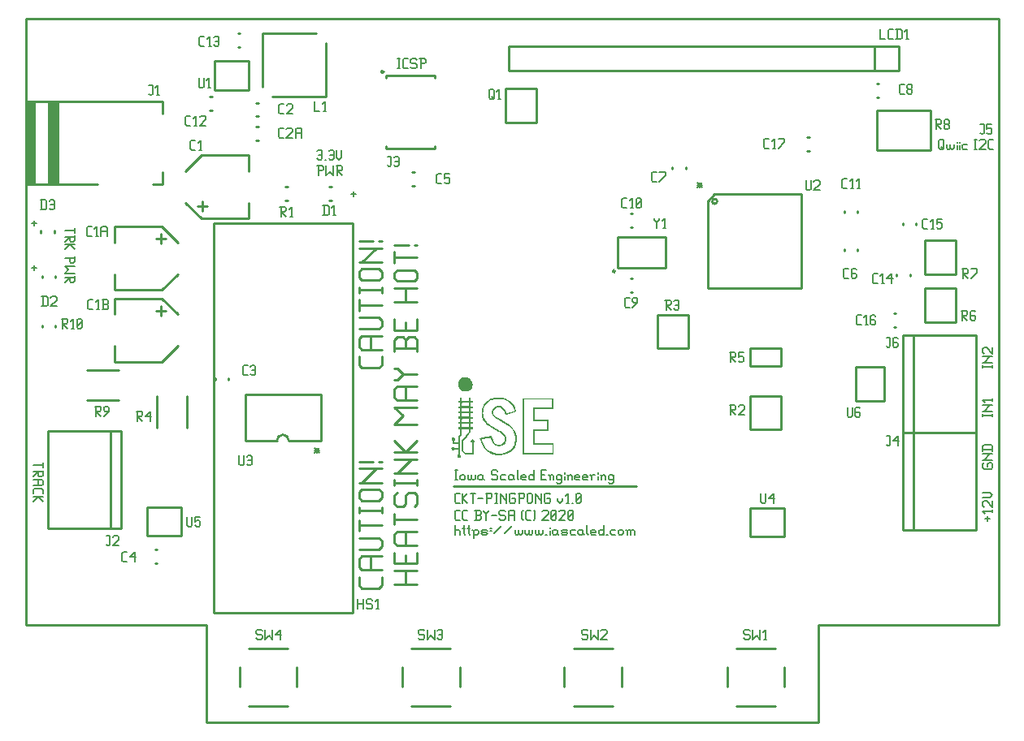
<source format=gbr>
G04 start of page 8 for group -4079 idx -4079 *
G04 Title: (unknown), topsilk *
G04 Creator: pcb 4.0.2 *
G04 CreationDate: Thu Jul  2 20:29:44 2020 UTC *
G04 For: ndholmes *
G04 Format: Gerber/RS-274X *
G04 PCB-Dimensions (mil): 4000.00 2900.00 *
G04 PCB-Coordinate-Origin: lower left *
%MOIN*%
%FSLAX25Y25*%
%LNTOPSILK*%
%ADD73C,0.0093*%
%ADD72C,0.0080*%
%ADD71C,0.0100*%
%ADD70C,0.0001*%
G54D70*G36*
X178043Y109209D02*X177647Y109480D01*
X177511Y109925D01*
X177565Y110240D01*
X177761Y110490D01*
X177891Y110604D01*
Y112486D01*
X177218D01*
X176741Y112481D01*
X176545Y112464D01*
X176453Y112340D01*
X176100Y112117D01*
X175672D01*
X175373Y112307D01*
X175189Y112600D01*
X175162Y112931D01*
X175270Y113224D01*
X175487Y113446D01*
X175802Y113566D01*
X176182Y113512D01*
X176491Y113273D01*
X176556Y113175D01*
X177224D01*
X177891Y113170D01*
Y114667D01*
X175558D01*
Y115400D01*
X175553Y116127D01*
X175455Y116197D01*
X175287Y116376D01*
X175178Y116593D01*
X175189Y117027D01*
X175373Y117315D01*
X175661Y117494D01*
X175997Y117526D01*
X176290Y117423D01*
X176513Y117201D01*
X176632Y116881D01*
X176578Y116506D01*
X176339Y116197D01*
X176242Y116127D01*
Y115351D01*
X177891D01*
Y117656D01*
X178357Y118248D01*
X178829Y118839D01*
Y120906D01*
X177918D01*
Y121693D01*
X182302D01*
Y123066D01*
X179486D01*
Y121693D01*
X178829D01*
Y123066D01*
X177918D01*
Y123825D01*
X178819D01*
Y125192D01*
X179502Y125219D01*
X179497Y124557D01*
X179491Y124086D01*
X179502Y123868D01*
X179567Y123858D01*
X179790Y123847D01*
X180224Y123841D01*
X180907Y123836D01*
X182302D01*
Y125219D01*
X179502D01*
X178819Y125192D01*
X177918D01*
Y125952D01*
X178829D01*
X179486Y125979D01*
X182302D01*
Y127352D01*
X179486D01*
Y125979D01*
X178829Y125952D01*
Y127324D01*
X177918D01*
Y128084D01*
X178819D01*
X178829Y129462D01*
X179486Y129505D01*
Y128827D01*
X179491Y128344D01*
X179508Y128127D01*
X179920Y128117D01*
X180907Y128111D01*
X182291D01*
X182296Y128800D01*
Y128816D01*
X182307Y129505D01*
X179486D01*
X178829Y129462D01*
X177918D01*
Y130222D01*
X178819D01*
Y131594D01*
X179502Y131648D01*
X179497Y130992D01*
X179491Y130515D01*
X179502Y130297D01*
X179567Y130287D01*
X179790Y130276D01*
X180224Y130270D01*
X180907Y130265D01*
X182307D01*
X182296Y130959D01*
X182291Y131648D01*
X179502D01*
X178819Y131594D01*
X177918D01*
Y132354D01*
X178829D01*
Y133596D01*
X179486D01*
Y132354D01*
X182302D01*
Y133596D01*
X182991D01*
Y132354D01*
X183902D01*
Y131594D01*
X182991D01*
Y130194D01*
X183902D01*
Y129435D01*
X182991D01*
Y128041D01*
X183902D01*
Y127281D01*
X182991D01*
Y125908D01*
X183902D01*
Y125149D01*
X182991D01*
Y123755D01*
X183902D01*
Y122995D01*
X182991D01*
Y121622D01*
X183902D01*
Y120836D01*
X182991D01*
X182985Y120250D01*
Y119658D01*
X181569Y117868D01*
X180148Y116083D01*
Y112074D01*
X181124Y111097D01*
X183544D01*
Y113219D01*
X183539Y114043D01*
Y114716D01*
X183533Y115172D01*
X183528Y115334D01*
X183403Y115427D01*
X183159Y115893D01*
X183294Y116409D01*
X183870Y116718D01*
X184472Y116447D01*
X184629Y115882D01*
X184331Y115372D01*
X184233Y115302D01*
Y110414D01*
X180842D01*
X179486Y111770D01*
Y116344D01*
X180896Y118123D01*
X182302Y119903D01*
Y120841D01*
X179486D01*
Y118503D01*
X178574Y117353D01*
Y110522D01*
X178640Y110490D01*
X178819Y110321D01*
X178949Y110088D01*
X178916Y109573D01*
X178569Y109193D01*
X178303Y109133D01*
X178043Y109144D01*
Y109209D01*
G37*
G36*
X193885Y110229D02*X192067Y110571D01*
X190483Y111293D01*
X189376Y112171D01*
X188432Y113278D01*
X187570Y114841D01*
X186924Y116696D01*
X186826Y117065D01*
X189246Y117581D01*
X190179Y117781D01*
X190955Y117944D01*
X191481Y118047D01*
X191682Y118080D01*
X191736Y117868D01*
X191785Y117618D01*
X191867Y117282D01*
X192230Y116257D01*
X192745Y115432D01*
X193391Y114824D01*
X194162Y114461D01*
X194400Y114418D01*
X194796Y114401D01*
X195187Y114418D01*
X195442Y114461D01*
X196462Y115047D01*
X197021Y116083D01*
X197075Y116712D01*
X197021Y117309D01*
X197623Y117483D01*
X197661Y116067D01*
X197303Y115117D01*
X196673Y114385D01*
X195816Y113924D01*
X194780Y113756D01*
X193451Y114059D01*
X192382Y114884D01*
X191590Y116127D01*
X191389Y116653D01*
X191243Y117157D01*
X191194Y117326D01*
X191145Y117342D01*
X190993Y117315D01*
X190635Y117239D01*
X190109Y117125D01*
X189479Y116989D01*
X188329Y116745D01*
X187792Y116626D01*
X187629Y116577D01*
Y116544D01*
X187678Y116360D01*
X187803Y115991D01*
X187949Y115584D01*
X188074Y115258D01*
X189072Y113479D01*
X190358Y112150D01*
X191932Y111282D01*
X193803Y110864D01*
X194199Y110853D01*
X194747D01*
X195295Y110869D01*
X195718Y110902D01*
X197048Y111157D01*
X198209Y111591D01*
X199109Y112123D01*
X199863Y112779D01*
X200466Y113560D01*
X200932Y114466D01*
X201160Y115161D01*
X201317Y115947D01*
X201366Y116902D01*
X201317Y117836D01*
X201090Y118823D01*
X200732Y119713D01*
X200211Y120532D01*
X199527Y121313D01*
X198827Y121959D01*
X198019Y122556D01*
X196945Y123217D01*
X195453Y124047D01*
X194308Y124682D01*
X193516Y125160D01*
X192963Y125561D01*
X192534Y125963D01*
X191986Y126749D01*
X191818Y127617D01*
X191964Y128659D01*
X192398Y129473D01*
X193103Y130037D01*
X194058Y130319D01*
X194639Y130336D01*
X195214Y130270D01*
X195984Y129977D01*
X196652Y129451D01*
X197227Y128686D01*
X197721Y127666D01*
X197807Y127466D01*
X197867Y127422D01*
X198030Y127471D01*
X198409Y127574D01*
X198919Y127726D01*
X199505Y127894D01*
X200081Y128062D01*
X200580Y128214D01*
X200938Y128317D01*
X201079Y128361D01*
X201052Y128485D01*
X200965Y128762D01*
X200840Y129104D01*
X200721Y129419D01*
X200043Y130634D01*
X199153Y131638D01*
X198079Y132413D01*
X196825Y132940D01*
X195068Y133243D01*
X193147Y133157D01*
X191400Y132696D01*
X190000Y131860D01*
X189300Y131133D01*
X188758Y130249D01*
X188389Y129223D01*
X188188Y128073D01*
X188161Y127297D01*
X188199Y126587D01*
X188438Y125605D01*
X188877Y124699D01*
X189517Y123858D01*
X190380Y123066D01*
X190922Y122659D01*
X191552Y122246D01*
X192355Y121769D01*
X193440Y121161D01*
X194167Y120760D01*
X194709Y120451D01*
X195133Y120196D01*
X195507Y119957D01*
X196939Y118747D01*
X197623Y117483D01*
X197021Y117309D01*
X196424Y118378D01*
X195165Y119425D01*
X194802Y119658D01*
X194395Y119903D01*
X193879Y120196D01*
X193185Y120575D01*
X191807Y121351D01*
X190792Y121980D01*
X190017Y122545D01*
X189360Y123125D01*
X188611Y123966D01*
X188074Y124850D01*
X187656Y126033D01*
X187526Y127346D01*
X187618Y128632D01*
X187911Y129831D01*
X188671Y131355D01*
X189832Y132538D01*
X191362Y133363D01*
X193234Y133802D01*
X194693Y133884D01*
X196077Y133759D01*
X197352Y133433D01*
X198491Y132907D01*
X199630Y132061D01*
X200569Y130976D01*
X201296Y129674D01*
X201789Y128171D01*
X201849Y127916D01*
X199647Y127276D01*
X198784Y127032D01*
X198079Y126831D01*
X197601Y126701D01*
X197422Y126657D01*
X197346Y126858D01*
X197118Y127460D01*
X196858Y128035D01*
X196098Y129104D01*
X195149Y129636D01*
X194514Y129701D01*
X193863Y129652D01*
X193006Y129180D01*
X192669Y128719D01*
X192485Y128122D01*
X192447Y127639D01*
X192485Y127227D01*
X192832Y126576D01*
X193559Y125908D01*
X193912Y125664D01*
X194351Y125388D01*
X194926Y125062D01*
X195697Y124639D01*
X196565Y124167D01*
X197248Y123782D01*
X197807Y123451D01*
X198285Y123142D01*
X199511Y122214D01*
X200477Y121226D01*
X201204Y120174D01*
X201692Y119034D01*
X201968Y117662D01*
X201974Y116230D01*
X201719Y114830D01*
X201209Y113566D01*
X200412Y112448D01*
X199370Y111537D01*
X198100Y110859D01*
X196635Y110414D01*
X195257Y110240D01*
X193885Y110235D01*
Y110229D01*
G37*
G36*
X204470Y122035D02*X205110Y122040D01*
X205104Y111141D01*
X216530D01*
Y114298D01*
X208756D01*
Y120819D01*
X214441D01*
Y123988D01*
X208756D01*
Y129771D01*
X216216D01*
Y132940D01*
X205121D01*
X205110Y122040D01*
X204470Y122035D01*
Y133564D01*
X216850D01*
Y129153D01*
X209390D01*
Y124633D01*
X215071D01*
Y120223D01*
X209407D01*
X209396Y117591D01*
X209390Y114960D01*
X217154D01*
Y110522D01*
X204470D01*
Y122035D01*
G37*
G36*
X180441Y136282D02*X179556Y136569D01*
X178791Y137128D01*
X178243Y137860D01*
X177956Y138723D01*
X177918Y139363D01*
X177999Y139982D01*
X178309Y140747D01*
X178829Y141398D01*
X179676Y141973D01*
X180647Y142216D01*
X181656Y142129D01*
X182600Y141702D01*
X183153Y141197D01*
X183577Y140579D01*
X183810Y139895D01*
X183880Y139168D01*
X183772Y138441D01*
X183506Y137768D01*
X183099Y137220D01*
X182584Y136775D01*
X181982Y136455D01*
X181331Y136282D01*
X180880Y136260D01*
X180441Y136282D01*
G37*
G54D71*X399500Y40500D02*Y289500D01*
X74500Y40500D02*Y500D01*
X325500D01*
Y40500D01*
X399500D01*
X176000Y97500D02*X251000D01*
X500Y289500D02*Y40500D01*
X399500Y289500D02*X500D01*
Y40500D02*X74500D01*
G54D72*X153000Y273000D02*X154000D01*
X153500D02*Y269000D01*
X153000D02*X154000D01*
X155700D02*X157200D01*
X155200Y269500D02*X155700Y269000D01*
X155200Y272500D02*Y269500D01*
Y272500D02*X155700Y273000D01*
X157200D01*
X160400D02*X160900Y272500D01*
X158900Y273000D02*X160400D01*
X158400Y272500D02*X158900Y273000D01*
X158400Y272500D02*Y271500D01*
X158900Y271000D01*
X160400D01*
X160900Y270500D01*
Y269500D01*
X160400Y269000D02*X160900Y269500D01*
X158900Y269000D02*X160400D01*
X158400Y269500D02*X158900Y269000D01*
X162600Y273000D02*Y269000D01*
X162100Y273000D02*X164100D01*
X164600Y272500D01*
Y271500D01*
X164100Y271000D02*X164600Y271500D01*
X162600Y271000D02*X164100D01*
X120000Y235000D02*X120500Y235500D01*
X121500D01*
X122000Y235000D01*
Y232000D01*
X121500Y231500D02*X122000Y232000D01*
X120500Y231500D02*X121500D01*
X120000Y232000D02*X120500Y231500D01*
Y233500D02*X122000D01*
X123200Y231500D02*X123700D01*
X124900Y235000D02*X125400Y235500D01*
X126400D01*
X126900Y235000D01*
Y232000D01*
X126400Y231500D02*X126900Y232000D01*
X125400Y231500D02*X126400D01*
X124900Y232000D02*X125400Y231500D01*
Y233500D02*X126900D01*
X128100Y235500D02*Y232500D01*
X129100Y231500D01*
X130100Y232500D01*
Y235500D02*Y232500D01*
X120500Y229000D02*Y225000D01*
X120000Y229000D02*X122000D01*
X122500Y228500D01*
Y227500D01*
X122000Y227000D02*X122500Y227500D01*
X120500Y227000D02*X122000D01*
X123700Y229000D02*Y225000D01*
X125200Y226500D01*
X126700Y225000D01*
Y229000D02*Y225000D01*
X127900Y229000D02*X129900D01*
X130400Y228500D01*
Y227500D01*
X129900Y227000D02*X130400Y227500D01*
X128400Y227000D02*X129900D01*
X128400Y229000D02*Y225000D01*
Y227000D02*X130400Y225000D01*
X134000Y217500D02*X136000D01*
X135000Y218500D02*Y216500D01*
X176500Y104000D02*X177500D01*
X177000D02*Y100000D01*
X176500D02*X177500D01*
X178700Y101500D02*Y100500D01*
Y101500D02*X179200Y102000D01*
X180200D01*
X180700Y101500D01*
Y100500D01*
X180200Y100000D02*X180700Y100500D01*
X179200Y100000D02*X180200D01*
X178700Y100500D02*X179200Y100000D01*
X181900Y102000D02*Y100500D01*
X182400Y100000D01*
X182900D01*
X183400Y100500D01*
Y102000D02*Y100500D01*
X183900Y100000D01*
X184400D01*
X184900Y100500D01*
Y102000D02*Y100500D01*
X187600Y102000D02*X188100Y101500D01*
X186600Y102000D02*X187600D01*
X186100Y101500D02*X186600Y102000D01*
X186100Y101500D02*Y100500D01*
X186600Y100000D01*
X188100Y102000D02*Y100500D01*
X188600Y100000D01*
X186600D02*X187600D01*
X188100Y100500D01*
X193600Y104000D02*X194100Y103500D01*
X192100Y104000D02*X193600D01*
X191600Y103500D02*X192100Y104000D01*
X191600Y103500D02*Y102500D01*
X192100Y102000D01*
X193600D01*
X194100Y101500D01*
Y100500D01*
X193600Y100000D02*X194100Y100500D01*
X192100Y100000D02*X193600D01*
X191600Y100500D02*X192100Y100000D01*
X195800Y102000D02*X197300D01*
X195300Y101500D02*X195800Y102000D01*
X195300Y101500D02*Y100500D01*
X195800Y100000D01*
X197300D01*
X200000Y102000D02*X200500Y101500D01*
X199000Y102000D02*X200000D01*
X198500Y101500D02*X199000Y102000D01*
X198500Y101500D02*Y100500D01*
X199000Y100000D01*
X200500Y102000D02*Y100500D01*
X201000Y100000D01*
X199000D02*X200000D01*
X200500Y100500D01*
X202200Y104000D02*Y100500D01*
X202700Y100000D01*
X204200D02*X205700D01*
X203700Y100500D02*X204200Y100000D01*
X203700Y101500D02*Y100500D01*
Y101500D02*X204200Y102000D01*
X205200D01*
X205700Y101500D01*
X203700Y101000D02*X205700D01*
Y101500D02*Y101000D01*
X208900Y104000D02*Y100000D01*
X208400D02*X208900Y100500D01*
X207400Y100000D02*X208400D01*
X206900Y100500D02*X207400Y100000D01*
X206900Y101500D02*Y100500D01*
Y101500D02*X207400Y102000D01*
X208400D01*
X208900Y101500D01*
X211900Y102000D02*X213400D01*
X211900Y100000D02*X213900D01*
X211900Y104000D02*Y100000D01*
Y104000D02*X213900D01*
X215600Y101500D02*Y100000D01*
Y101500D02*X216100Y102000D01*
X216600D01*
X217100Y101500D01*
Y100000D01*
X215100Y102000D02*X215600Y101500D01*
X219800Y102000D02*X220300Y101500D01*
X218800Y102000D02*X219800D01*
X218300Y101500D02*X218800Y102000D01*
X218300Y101500D02*Y100500D01*
X218800Y100000D01*
X219800D01*
X220300Y100500D01*
X218300Y99000D02*X218800Y98500D01*
X219800D01*
X220300Y99000D01*
Y102000D02*Y99000D01*
X221500Y103000D02*Y102500D01*
Y101500D02*Y100000D01*
X223000Y101500D02*Y100000D01*
Y101500D02*X223500Y102000D01*
X224000D01*
X224500Y101500D01*
Y100000D01*
X222500Y102000D02*X223000Y101500D01*
X226200Y100000D02*X227700D01*
X225700Y100500D02*X226200Y100000D01*
X225700Y101500D02*Y100500D01*
Y101500D02*X226200Y102000D01*
X227200D01*
X227700Y101500D01*
X225700Y101000D02*X227700D01*
Y101500D02*Y101000D01*
X229400Y100000D02*X230900D01*
X228900Y100500D02*X229400Y100000D01*
X228900Y101500D02*Y100500D01*
Y101500D02*X229400Y102000D01*
X230400D01*
X230900Y101500D01*
X228900Y101000D02*X230900D01*
Y101500D02*Y101000D01*
X232600Y101500D02*Y100000D01*
Y101500D02*X233100Y102000D01*
X234100D01*
X232100D02*X232600Y101500D01*
X235300Y103000D02*Y102500D01*
Y101500D02*Y100000D01*
X236800Y101500D02*Y100000D01*
Y101500D02*X237300Y102000D01*
X237800D01*
X238300Y101500D01*
Y100000D01*
X236300Y102000D02*X236800Y101500D01*
X241000Y102000D02*X241500Y101500D01*
X240000Y102000D02*X241000D01*
X239500Y101500D02*X240000Y102000D01*
X239500Y101500D02*Y100500D01*
X240000Y100000D01*
X241000D01*
X241500Y100500D01*
X239500Y99000D02*X240000Y98500D01*
X241000D01*
X241500Y99000D01*
Y102000D02*Y99000D01*
X177000Y83500D02*X178500D01*
X176500Y84000D02*X177000Y83500D01*
X176500Y87000D02*Y84000D01*
Y87000D02*X177000Y87500D01*
X178500D01*
X180200Y83500D02*X181700D01*
X179700Y84000D02*X180200Y83500D01*
X179700Y87000D02*Y84000D01*
Y87000D02*X180200Y87500D01*
X181700D01*
X184700Y83500D02*X186700D01*
X187200Y84000D01*
Y85000D02*Y84000D01*
X186700Y85500D02*X187200Y85000D01*
X185200Y85500D02*X186700D01*
X185200Y87500D02*Y83500D01*
X184700Y87500D02*X186700D01*
X187200Y87000D01*
Y86000D01*
X186700Y85500D02*X187200Y86000D01*
X188400Y87500D02*Y87000D01*
X189400Y86000D01*
X190400Y87000D01*
Y87500D02*Y87000D01*
X189400Y86000D02*Y83500D01*
X191600Y85500D02*X193600D01*
X196800Y87500D02*X197300Y87000D01*
X195300Y87500D02*X196800D01*
X194800Y87000D02*X195300Y87500D01*
X194800Y87000D02*Y86000D01*
X195300Y85500D01*
X196800D01*
X197300Y85000D01*
Y84000D01*
X196800Y83500D02*X197300Y84000D01*
X195300Y83500D02*X196800D01*
X194800Y84000D02*X195300Y83500D01*
X198500Y87000D02*Y83500D01*
Y87000D02*X199000Y87500D01*
X200500D01*
X201000Y87000D01*
Y83500D01*
X198500Y85500D02*X201000D01*
X204000Y84000D02*X204500Y83500D01*
X204000Y87000D02*X204500Y87500D01*
X204000Y87000D02*Y84000D01*
X206200Y83500D02*X207700D01*
X205700Y84000D02*X206200Y83500D01*
X205700Y87000D02*Y84000D01*
Y87000D02*X206200Y87500D01*
X207700D01*
X208900D02*X209400Y87000D01*
Y84000D01*
X208900Y83500D02*X209400Y84000D01*
X212400Y87000D02*X212900Y87500D01*
X214400D01*
X214900Y87000D01*
Y86000D01*
X212400Y83500D02*X214900Y86000D01*
X212400Y83500D02*X214900D01*
X216100Y84000D02*X216600Y83500D01*
X216100Y87000D02*Y84000D01*
Y87000D02*X216600Y87500D01*
X217600D01*
X218100Y87000D01*
Y84000D01*
X217600Y83500D02*X218100Y84000D01*
X216600Y83500D02*X217600D01*
X216100Y84500D02*X218100Y86500D01*
X219300Y87000D02*X219800Y87500D01*
X221300D01*
X221800Y87000D01*
Y86000D01*
X219300Y83500D02*X221800Y86000D01*
X219300Y83500D02*X221800D01*
X223000Y84000D02*X223500Y83500D01*
X223000Y87000D02*Y84000D01*
Y87000D02*X223500Y87500D01*
X224500D01*
X225000Y87000D01*
Y84000D01*
X224500Y83500D02*X225000Y84000D01*
X223500Y83500D02*X224500D01*
X223000Y84500D02*X225000Y86500D01*
G54D73*X146600Y60140D02*Y56660D01*
X145440Y55500D02*X146600Y56660D01*
X138480Y55500D02*X145440D01*
X138480D02*X137320Y56660D01*
Y60140D02*Y56660D01*
X138480Y62924D02*X146600D01*
X138480D02*X137320Y64084D01*
Y67564D02*Y64084D01*
Y67564D02*X138480Y68724D01*
X146600D01*
X141960D02*Y62924D01*
X137320Y71508D02*X145440D01*
X146600Y72668D01*
Y74988D02*Y72668D01*
Y74988D02*X145440Y76148D01*
X137320D02*X145440D01*
X137320Y83572D02*Y78932D01*
Y81252D02*X146600D01*
X137320Y88676D02*Y86356D01*
Y87516D02*X146600D01*
Y88676D02*Y86356D01*
X138480Y91460D02*X145440D01*
X138480D02*X137320Y92620D01*
Y94940D02*Y92620D01*
Y94940D02*X138480Y96100D01*
X145440D01*
X146600Y94940D02*X145440Y96100D01*
X146600Y94940D02*Y92620D01*
X145440Y91460D02*X146600Y92620D01*
X137320Y98884D02*X146600D01*
X137320D02*X138480D01*
X144280Y104684D01*
X137320D02*X146600D01*
X145440Y107468D02*X146600D01*
X137320D02*X143120D01*
G54D72*X177000Y90500D02*X178500D01*
X176500Y91000D02*X177000Y90500D01*
X176500Y94000D02*Y91000D01*
Y94000D02*X177000Y94500D01*
X178500D01*
X179700D02*Y90500D01*
Y92500D02*X181700Y94500D01*
X179700Y92500D02*X181700Y90500D01*
X182900Y94500D02*X184900D01*
X183900D02*Y90500D01*
X186100Y92500D02*X188100D01*
X189800Y94500D02*Y90500D01*
X189300Y94500D02*X191300D01*
X191800Y94000D01*
Y93000D01*
X191300Y92500D02*X191800Y93000D01*
X189800Y92500D02*X191300D01*
X193000Y94500D02*X194000D01*
X193500D02*Y90500D01*
X193000D02*X194000D01*
X195200Y94500D02*Y90500D01*
Y94500D02*Y94000D01*
X197700Y91500D01*
Y94500D02*Y90500D01*
X200900Y94500D02*X201400Y94000D01*
X199400Y94500D02*X200900D01*
X198900Y94000D02*X199400Y94500D01*
X198900Y94000D02*Y91000D01*
X199400Y90500D01*
X200900D01*
X201400Y91000D01*
Y92000D02*Y91000D01*
X200900Y92500D02*X201400Y92000D01*
X199900Y92500D02*X200900D01*
X203100Y94500D02*Y90500D01*
X202600Y94500D02*X204600D01*
X205100Y94000D01*
Y93000D01*
X204600Y92500D02*X205100Y93000D01*
X203100Y92500D02*X204600D01*
X206300Y94000D02*Y91000D01*
Y94000D02*X206800Y94500D01*
X207800D01*
X208300Y94000D01*
Y91000D01*
X207800Y90500D02*X208300Y91000D01*
X206800Y90500D02*X207800D01*
X206300Y91000D02*X206800Y90500D01*
X209500Y94500D02*Y90500D01*
Y94500D02*Y94000D01*
X212000Y91500D01*
Y94500D02*Y90500D01*
X215200Y94500D02*X215700Y94000D01*
X213700Y94500D02*X215200D01*
X213200Y94000D02*X213700Y94500D01*
X213200Y94000D02*Y91000D01*
X213700Y90500D01*
X215200D01*
X215700Y91000D01*
Y92000D02*Y91000D01*
X215200Y92500D02*X215700Y92000D01*
X214200Y92500D02*X215200D01*
X218700D02*Y91500D01*
X219700Y90500D01*
X220700Y91500D01*
Y92500D02*Y91500D01*
X222400Y90500D02*X223400D01*
X222900Y94500D02*Y90500D01*
X221900Y93500D02*X222900Y94500D01*
X224600Y90500D02*X225100D01*
X226300Y91000D02*X226800Y90500D01*
X226300Y94000D02*Y91000D01*
Y94000D02*X226800Y94500D01*
X227800D01*
X228300Y94000D01*
Y91000D01*
X227800Y90500D02*X228300Y91000D01*
X226800Y90500D02*X227800D01*
X226300Y91500D02*X228300Y93500D01*
X7500Y107000D02*Y105000D01*
X3500Y106000D02*X7500D01*
Y103800D02*Y101800D01*
X7000Y101300D01*
X6000D02*X7000D01*
X5500Y101800D02*X6000Y101300D01*
X5500Y103300D02*Y101800D01*
X3500Y103300D02*X7500D01*
X5500D02*X3500Y101300D01*
Y100100D02*X7000D01*
X7500Y99600D01*
Y98100D01*
X7000Y97600D01*
X3500D02*X7000D01*
X5500Y100100D02*Y97600D01*
X3500Y95900D02*Y94400D01*
X4000Y96400D02*X3500Y95900D01*
X4000Y96400D02*X7000D01*
X7500Y95900D01*
Y94400D01*
X3500Y93200D02*X7500D01*
X5500D02*X7500Y91200D01*
X5500Y93200D02*X3500Y91200D01*
X119000Y113000D02*X121000Y111000D01*
X119000D02*X121000Y113000D01*
X119000Y112000D02*X121000D01*
X120000Y113000D02*Y111000D01*
G54D73*X146600Y150640D02*Y147160D01*
X145440Y146000D02*X146600Y147160D01*
X138480Y146000D02*X145440D01*
X138480D02*X137320Y147160D01*
Y150640D02*Y147160D01*
X138480Y153424D02*X146600D01*
X138480D02*X137320Y154584D01*
Y158064D02*Y154584D01*
Y158064D02*X138480Y159224D01*
X146600D01*
X141960D02*Y153424D01*
X137320Y162008D02*X145440D01*
X146600Y163168D01*
Y165488D02*Y163168D01*
Y165488D02*X145440Y166648D01*
X137320D02*X145440D01*
X137320Y174072D02*Y169432D01*
Y171752D02*X146600D01*
X137320Y179176D02*Y176856D01*
Y178016D02*X146600D01*
Y179176D02*Y176856D01*
X138480Y181960D02*X145440D01*
X138480D02*X137320Y183120D01*
Y185440D02*Y183120D01*
Y185440D02*X138480Y186600D01*
X145440D01*
X146600Y185440D02*X145440Y186600D01*
X146600Y185440D02*Y183120D01*
X145440Y181960D02*X146600Y183120D01*
X137320Y189384D02*X146600D01*
X137320D02*X138480D01*
X144280Y195184D01*
X137320D02*X146600D01*
X145440Y197968D02*X146600D01*
X137320D02*X143120D01*
G54D72*X20500Y203500D02*Y201500D01*
X16500Y202500D02*X20500D01*
Y200300D02*Y198300D01*
X20000Y197800D01*
X19000D02*X20000D01*
X18500Y198300D02*X19000Y197800D01*
X18500Y199800D02*Y198300D01*
X16500Y199800D02*X20500D01*
X18500D02*X16500Y197800D01*
Y196600D02*X20500D01*
X18500D02*X20500Y194600D01*
X18500Y196600D02*X16500Y194600D01*
Y191100D02*X20500D01*
Y191600D02*Y189600D01*
X20000Y189100D01*
X19000D02*X20000D01*
X18500Y189600D02*X19000Y189100D01*
X18500Y191100D02*Y189600D01*
X16500Y187900D02*X20500D01*
X16500D02*X18000Y186400D01*
X16500Y184900D01*
X20500D01*
Y183700D02*Y181700D01*
X20000Y181200D01*
X19000D02*X20000D01*
X18500Y181700D02*X19000Y181200D01*
X18500Y183200D02*Y181700D01*
X16500Y183200D02*X20500D01*
X18500D02*X16500Y181200D01*
X3000Y187000D02*X5000D01*
X4000Y188000D02*Y186000D01*
X3000Y205500D02*X5000D01*
X4000Y206500D02*Y204500D01*
G54D73*X151820Y57000D02*X161100D01*
X151820Y62800D02*X161100D01*
X156460D02*Y57000D01*
Y69064D02*Y65584D01*
X161100Y70224D02*Y65584D01*
X151820D02*X161100D01*
X151820Y70224D02*Y65584D01*
X152980Y73008D02*X161100D01*
X152980D02*X151820Y74168D01*
Y77648D02*Y74168D01*
Y77648D02*X152980Y78808D01*
X161100D01*
X156460D02*Y73008D01*
X151820Y86232D02*Y81592D01*
Y83912D02*X161100D01*
X151820Y93656D02*X152980Y94816D01*
X151820Y93656D02*Y90176D01*
X152980Y89016D02*X151820Y90176D01*
X152980Y89016D02*X155300D01*
X156460Y90176D01*
Y93656D02*Y90176D01*
Y93656D02*X157620Y94816D01*
X159940D01*
X161100Y93656D02*X159940Y94816D01*
X161100Y93656D02*Y90176D01*
X159940Y89016D02*X161100Y90176D01*
X151820Y99920D02*Y97600D01*
Y98760D02*X161100D01*
Y99920D02*Y97600D01*
X151820Y102704D02*X161100D01*
X151820D02*X152980D01*
X158780Y108504D01*
X151820D02*X161100D01*
X151820Y111288D02*X161100D01*
X156460D02*X151820Y115928D01*
X156460Y111288D02*X161100Y115928D01*
X151820Y122888D02*X161100D01*
X151820D02*X155300Y126368D01*
X151820Y129848D01*
X161100D01*
X152980Y132632D02*X161100D01*
X152980D02*X151820Y133792D01*
Y137272D02*Y133792D01*
Y137272D02*X152980Y138432D01*
X161100D01*
X156460D02*Y132632D01*
X151820Y141216D02*X152980D01*
X155300Y143536D01*
X152980Y145856D01*
X151820D02*X152980D01*
X155300Y143536D02*X161100D01*
Y157456D02*Y152816D01*
Y157456D02*X159940Y158616D01*
X157620D02*X159940D01*
X156460Y157456D02*X157620Y158616D01*
X156460Y157456D02*Y153976D01*
X151820D02*X161100D01*
X151820Y157456D02*Y152816D01*
Y157456D02*X152980Y158616D01*
X155300D01*
X156460Y157456D02*X155300Y158616D01*
X156460Y164880D02*Y161400D01*
X161100Y166040D02*Y161400D01*
X151820D02*X161100D01*
X151820Y166040D02*Y161400D01*
Y173000D02*X161100D01*
X151820Y178800D02*X161100D01*
X156460D02*Y173000D01*
X152980Y181584D02*X159940D01*
X152980D02*X151820Y182744D01*
Y185064D02*Y182744D01*
Y185064D02*X152980Y186224D01*
X159940D01*
X161100Y185064D02*X159940Y186224D01*
X161100Y185064D02*Y182744D01*
X159940Y181584D02*X161100Y182744D01*
X151820Y193648D02*Y189008D01*
Y191328D02*X161100D01*
X159940Y196432D02*X161100D01*
X151820D02*X157620D01*
G54D72*X276000Y222000D02*X278000Y220000D01*
X276000D02*X278000Y222000D01*
X276000Y221000D02*X278000D01*
X277000Y222000D02*Y220000D01*
X395000Y85000D02*Y83000D01*
X394000Y84000D02*X396000D01*
X397000Y87700D02*Y86700D01*
X393000Y87200D02*X397000D01*
X394000Y86200D02*X393000Y87200D01*
X393500Y88900D02*X393000Y89400D01*
Y90900D02*Y89400D01*
Y90900D02*X393500Y91400D01*
X394500D01*
X397000Y88900D02*X394500Y91400D01*
X397000D02*Y88900D01*
X393000Y92600D02*X396000D01*
X397000Y93600D01*
X396000Y94600D01*
X393000D02*X396000D01*
X393000Y106500D02*X393500Y107000D01*
X393000Y106500D02*Y105000D01*
X393500Y104500D02*X393000Y105000D01*
X393500Y104500D02*X396500D01*
X397000Y105000D01*
Y106500D02*Y105000D01*
Y106500D02*X396500Y107000D01*
X395500D02*X396500D01*
X395000Y106500D02*X395500Y107000D01*
X395000Y106500D02*Y105500D01*
X393000Y108200D02*X397000D01*
X393000D02*X393500D01*
X396000Y110700D01*
X393000D02*X397000D01*
X393000Y112400D02*X397000D01*
X393000Y113900D02*X393500Y114400D01*
X396500D01*
X397000Y113900D02*X396500Y114400D01*
X397000Y113900D02*Y111900D01*
X393000Y113900D02*Y111900D01*
Y127000D02*Y126000D01*
Y126500D02*X397000D01*
Y127000D02*Y126000D01*
X393000Y128200D02*X397000D01*
X393000D02*X393500D01*
X396000Y130700D01*
X393000D02*X397000D01*
Y133400D02*Y132400D01*
X393000Y132900D02*X397000D01*
X394000Y131900D02*X393000Y132900D01*
Y147000D02*Y146000D01*
Y146500D02*X397000D01*
Y147000D02*Y146000D01*
X393000Y148200D02*X397000D01*
X393000D02*X393500D01*
X396000Y150700D01*
X393000D02*X397000D01*
X393500Y151900D02*X393000Y152400D01*
Y153900D02*Y152400D01*
Y153900D02*X393500Y154400D01*
X394500D01*
X397000Y151900D02*X394500Y154400D01*
X397000D02*Y151900D01*
X375100Y239300D02*Y236300D01*
Y239300D02*X375600Y239800D01*
X376600D01*
X377100Y239300D01*
Y236300D01*
X376600Y235800D02*X377100Y236300D01*
X375600Y235800D02*X376600D01*
X375100Y236300D02*X375600Y235800D01*
X376100Y236800D02*X377100Y235800D01*
X378300Y237800D02*Y236300D01*
X378800Y235800D01*
X379300D01*
X379800Y236300D01*
Y237800D02*Y236300D01*
X380300Y235800D01*
X380800D01*
X381300Y236300D01*
Y237800D02*Y236300D01*
X382500Y238800D02*Y238300D01*
Y237300D02*Y235800D01*
X383500Y238800D02*Y238300D01*
Y237300D02*Y235800D01*
X385000Y237800D02*X386500D01*
X384500Y237300D02*X385000Y237800D01*
X384500Y237300D02*Y236300D01*
X385000Y235800D01*
X386500D01*
X389500Y239800D02*X390500D01*
X390000D02*Y235800D01*
X389500D02*X390500D01*
X391700Y239300D02*X392200Y239800D01*
X393700D01*
X394200Y239300D01*
Y238300D01*
X391700Y235800D02*X394200Y238300D01*
X391700Y235800D02*X394200D01*
X395900D02*X397400D01*
X395400Y236300D02*X395900Y235800D01*
X395400Y239300D02*Y236300D01*
Y239300D02*X395900Y239800D01*
X397400D01*
X176500Y81500D02*Y77500D01*
Y79000D02*X177000Y79500D01*
X178000D01*
X178500Y79000D01*
Y77500D01*
X180200Y81500D02*Y78000D01*
X180700Y77500D01*
X179700Y80000D02*X180700D01*
X182200Y81500D02*Y78000D01*
X182700Y77500D01*
X181700Y80000D02*X182700D01*
X184200Y79000D02*Y76000D01*
X183700Y79500D02*X184200Y79000D01*
X184700Y79500D01*
X185700D01*
X186200Y79000D01*
Y78000D01*
X185700Y77500D02*X186200Y78000D01*
X184700Y77500D02*X185700D01*
X184200Y78000D02*X184700Y77500D01*
X187900D02*X189400D01*
X189900Y78000D01*
X189400Y78500D02*X189900Y78000D01*
X187900Y78500D02*X189400D01*
X187400Y79000D02*X187900Y78500D01*
X187400Y79000D02*X187900Y79500D01*
X189400D01*
X189900Y79000D01*
X187400Y78000D02*X187900Y77500D01*
X191100Y80000D02*X191600D01*
X191100Y79000D02*X191600D01*
X192800Y78000D02*X195800Y81000D01*
X197000Y78000D02*X200000Y81000D01*
X201200Y79500D02*Y78000D01*
X201700Y77500D01*
X202200D01*
X202700Y78000D01*
Y79500D02*Y78000D01*
X203200Y77500D01*
X203700D01*
X204200Y78000D01*
Y79500D02*Y78000D01*
X205400Y79500D02*Y78000D01*
X205900Y77500D01*
X206400D01*
X206900Y78000D01*
Y79500D02*Y78000D01*
X207400Y77500D01*
X207900D01*
X208400Y78000D01*
Y79500D02*Y78000D01*
X209600Y79500D02*Y78000D01*
X210100Y77500D01*
X210600D01*
X211100Y78000D01*
Y79500D02*Y78000D01*
X211600Y77500D01*
X212100D01*
X212600Y78000D01*
Y79500D02*Y78000D01*
X213800Y77500D02*X214300D01*
X215500Y80500D02*Y80000D01*
Y79000D02*Y77500D01*
X218000Y79500D02*X218500Y79000D01*
X217000Y79500D02*X218000D01*
X216500Y79000D02*X217000Y79500D01*
X216500Y79000D02*Y78000D01*
X217000Y77500D01*
X218500Y79500D02*Y78000D01*
X219000Y77500D01*
X217000D02*X218000D01*
X218500Y78000D01*
X220700Y77500D02*X222200D01*
X222700Y78000D01*
X222200Y78500D02*X222700Y78000D01*
X220700Y78500D02*X222200D01*
X220200Y79000D02*X220700Y78500D01*
X220200Y79000D02*X220700Y79500D01*
X222200D01*
X222700Y79000D01*
X220200Y78000D02*X220700Y77500D01*
X224400Y79500D02*X225900D01*
X223900Y79000D02*X224400Y79500D01*
X223900Y79000D02*Y78000D01*
X224400Y77500D01*
X225900D01*
X228600Y79500D02*X229100Y79000D01*
X227600Y79500D02*X228600D01*
X227100Y79000D02*X227600Y79500D01*
X227100Y79000D02*Y78000D01*
X227600Y77500D01*
X229100Y79500D02*Y78000D01*
X229600Y77500D01*
X227600D02*X228600D01*
X229100Y78000D01*
X230800Y81500D02*Y78000D01*
X231300Y77500D01*
X232800D02*X234300D01*
X232300Y78000D02*X232800Y77500D01*
X232300Y79000D02*Y78000D01*
Y79000D02*X232800Y79500D01*
X233800D01*
X234300Y79000D01*
X232300Y78500D02*X234300D01*
Y79000D02*Y78500D01*
X237500Y81500D02*Y77500D01*
X237000D02*X237500Y78000D01*
X236000Y77500D02*X237000D01*
X235500Y78000D02*X236000Y77500D01*
X235500Y79000D02*Y78000D01*
Y79000D02*X236000Y79500D01*
X237000D01*
X237500Y79000D01*
X238700Y77500D02*X239200D01*
X240900Y79500D02*X242400D01*
X240400Y79000D02*X240900Y79500D01*
X240400Y79000D02*Y78000D01*
X240900Y77500D01*
X242400D01*
X243600Y79000D02*Y78000D01*
Y79000D02*X244100Y79500D01*
X245100D01*
X245600Y79000D01*
Y78000D01*
X245100Y77500D02*X245600Y78000D01*
X244100Y77500D02*X245100D01*
X243600Y78000D02*X244100Y77500D01*
X247300Y79000D02*Y77500D01*
Y79000D02*X247800Y79500D01*
X248300D01*
X248800Y79000D01*
Y77500D01*
Y79000D02*X249300Y79500D01*
X249800D01*
X250300Y79000D01*
Y77500D01*
X246800Y79500D02*X247300Y79000D01*
G54D71*X349564Y262755D02*X350350D01*
X349564Y257245D02*X350350D01*
X371500Y251600D02*Y235400D01*
X349500Y251600D02*Y235400D01*
Y251600D02*X371500D01*
X349500Y235400D02*X371500D01*
X248521Y182755D02*X249307D01*
X248521Y177245D02*X249307D01*
X243374Y199771D02*Y187173D01*
Y199771D02*X263060D01*
Y187173D01*
X243374D02*X263060D01*
X241874Y185173D02*G75*G03X241874Y185173I0J500D01*G01*
X259701Y167890D02*X272299D01*
Y154110D01*
X259701D01*
Y167890D01*
X283115Y217285D02*X318785D01*
Y178715D01*
X280215D02*X318785D01*
X280215Y214385D02*Y178715D01*
Y214385D02*X283115Y217285D01*
X282115Y214385D02*G75*G03X282115Y214385I1000J0D01*G01*
X336245Y194893D02*Y194107D01*
X341755Y194893D02*Y194107D01*
X265745Y228393D02*Y227607D01*
X271255Y228393D02*Y227607D01*
X341755Y210393D02*Y209607D01*
X336245Y210393D02*Y209607D01*
X321107Y240755D02*X321893D01*
X321107Y235245D02*X321893D01*
X356607Y162745D02*X357393D01*
X356607Y168255D02*X357393D01*
X360245Y205393D02*Y204607D01*
X365755Y205393D02*Y204607D01*
X363255Y184393D02*Y183607D01*
X357745Y184393D02*Y183607D01*
X369401Y164910D02*X381999D01*
X369401Y178690D02*Y164910D01*
Y178690D02*X381999D01*
Y164910D01*
X369401Y184510D02*X381999D01*
X369401Y198290D02*Y184510D01*
Y198290D02*X381999D01*
Y184510D01*
X53607Y65745D02*X54393D01*
X53607Y71255D02*X54393D01*
X50400Y88800D02*X64300D01*
X50400D02*Y77000D01*
X64300D01*
Y88800D02*Y77000D01*
X92126Y7189D02*X107874D01*
X88189Y22937D02*Y15063D01*
X92126Y30811D02*X107874D01*
X111811Y22937D02*Y15063D01*
X121500Y135000D02*Y116000D01*
X90500Y135000D02*X121500D01*
X90500D02*Y116000D01*
X108500D02*X121500D01*
X90500D02*X103500D01*
X108500D02*G75*G03X103500Y116000I-2500J0D01*G01*
X83755Y141893D02*Y141107D01*
X78245Y141893D02*Y141107D01*
X9700Y120000D02*Y80000D01*
X39700Y120000D02*Y80000D01*
X35300Y120000D02*Y80000D01*
X9700Y120000D02*X39700D01*
X9700Y80000D02*X39700D01*
X37008Y174492D02*Y167996D01*
Y155004D02*Y148508D01*
X56496D01*
X37008Y174492D02*X56496D01*
Y148508D02*X62992Y155004D01*
X56496Y174492D02*X62992Y167996D01*
X56000Y171500D02*Y167500D01*
X54000Y169500D02*X58000D01*
X25500Y132900D02*X38500D01*
X25500Y145100D02*X38500D01*
X54400Y134500D02*Y121500D01*
X66600Y134500D02*Y121500D01*
X77500Y205500D02*Y45500D01*
X134500Y205500D02*Y45500D01*
X77500D02*X134500D01*
X77500Y205500D02*X134500D01*
X7245Y163393D02*Y162607D01*
X12755Y163393D02*Y162607D01*
X7245Y183893D02*Y183107D01*
X12755Y183893D02*Y183107D01*
X95107Y249345D02*X95893D01*
X95107Y254855D02*X95893D01*
X76107Y257255D02*X76893D01*
X76107Y251745D02*X76893D01*
X78100Y272000D02*X92000D01*
X78100D02*Y260200D01*
X92000D01*
Y272000D02*Y260200D01*
X87607Y283255D02*X88393D01*
X87607Y277745D02*X88393D01*
X95107Y239445D02*X95893D01*
X95107Y244955D02*X95893D01*
X97550Y283450D02*Y261450D01*
Y283450D02*X119550D01*
X123550Y279450D02*Y257450D01*
X101550D02*X123550D01*
X91992Y213804D02*Y207308D01*
Y233292D02*Y226796D01*
X72504Y233292D02*X91992D01*
X72504Y207308D02*X91992D01*
X72504Y233292D02*X66008Y226796D01*
X72504Y207308D02*X66008Y213804D01*
X73000Y214300D02*Y210300D01*
X71000Y212300D02*X75000D01*
X6745Y202350D02*Y201564D01*
X12255Y202350D02*Y201564D01*
X37008Y203992D02*Y197496D01*
Y184504D02*Y178008D01*
X56496D01*
X37008Y203992D02*X56496D01*
Y178008D02*X62992Y184504D01*
X56496Y203992D02*X62992Y197496D01*
X56000Y201000D02*Y197000D01*
X54000Y199000D02*X58000D01*
X30000Y221500D02*X500D01*
Y255500D01*
X56500D01*
Y250500D01*
X52500Y221500D02*X56500D01*
Y226500D01*
X500Y221500D02*Y255500D01*
X1000Y221500D02*Y255500D01*
X1500Y221500D02*Y255500D01*
X2000Y221500D02*Y255500D01*
X2500Y221500D02*Y255500D01*
X3000Y221500D02*Y255500D01*
X3500Y221500D02*Y255500D01*
X4000Y221500D02*Y255500D01*
X13500Y221500D02*Y255500D01*
X13000Y221500D02*Y255500D01*
X12500Y221500D02*Y255500D01*
X12000Y221500D02*Y255500D01*
X11500Y221500D02*Y255500D01*
X11000Y221500D02*Y255500D01*
X10500Y221500D02*Y255500D01*
X10000Y221500D02*Y255500D01*
X107064Y220255D02*X107850D01*
X107064Y214745D02*X107850D01*
X125107Y220255D02*X125893D01*
X125107Y214745D02*X125893D01*
X158826Y7189D02*X174574D01*
X154889Y22937D02*Y15063D01*
X158826Y30811D02*X174574D01*
X178511Y22937D02*Y15063D01*
X159064Y226255D02*X159850D01*
X159064Y220745D02*X159850D01*
X148360Y266100D02*X168360D01*
X148360Y236100D02*X168360D01*
Y266100D02*Y265100D01*
Y237100D02*Y236100D01*
X148360Y237100D02*Y236100D01*
Y266100D02*Y265100D01*
X146360Y267600D02*G75*G03X146360Y267600I500J0D01*G01*
X198500Y278000D02*X358500D01*
X198500D02*Y268000D01*
X358500D01*
Y278000D02*Y268000D01*
X348500Y278000D02*Y268000D01*
X358500D01*
X248607Y203745D02*X249393D01*
X248607Y209255D02*X249393D01*
X197200Y260800D02*Y246900D01*
X210000D01*
Y260800D01*
X197200D01*
X225426Y7189D02*X241174D01*
X221489Y22937D02*Y15063D01*
X225426Y30811D02*X241174D01*
X245111Y22937D02*Y15063D01*
X292126Y7189D02*X307874D01*
X288189Y22937D02*Y15063D01*
X292126Y30811D02*X307874D01*
X311811Y22937D02*Y15063D01*
X390300Y119500D02*Y79500D01*
X360300Y119500D02*Y79500D01*
X364700Y119500D02*Y79500D01*
X360300D02*X390300D01*
X360300Y119500D02*X390300D01*
X297600Y76600D02*X311500D01*
Y88400D02*Y76600D01*
X297600Y88400D02*X311500D01*
X297600D02*Y76600D01*
X297701Y146759D02*X310299D01*
X297701Y154241D02*Y146759D01*
Y154241D02*X310299D01*
Y146759D01*
X297701Y134390D02*X310299D01*
Y120610D01*
X297701D02*X310299D01*
X297701Y134390D02*Y120610D01*
X390300Y159500D02*Y119500D01*
X360300Y159500D02*Y119500D01*
X364700Y159500D02*Y119500D01*
X360300D02*X390300D01*
X360300Y159500D02*X390300D01*
X340900Y146400D02*Y132500D01*
X352700D01*
Y146400D01*
X340900D01*
G54D72*X392000Y246000D02*X393500D01*
Y242500D01*
X393000Y242000D02*X393500Y242500D01*
X392500Y242000D02*X393000D01*
X392000Y242500D02*X392500Y242000D01*
X394700Y246000D02*X396700D01*
X394700D02*Y244000D01*
X395200Y244500D01*
X396200D01*
X396700Y244000D01*
Y242500D01*
X396200Y242000D02*X396700Y242500D01*
X395200Y242000D02*X396200D01*
X394700Y242500D02*X395200Y242000D01*
X359406Y258418D02*X360906D01*
X358906Y258918D02*X359406Y258418D01*
X358906Y261918D02*Y258918D01*
Y261918D02*X359406Y262418D01*
X360906D01*
X362106Y258918D02*X362606Y258418D01*
X362106Y259918D02*Y258918D01*
Y259918D02*X362606Y260418D01*
X363606D01*
X364106Y259918D01*
Y258918D01*
X363606Y258418D02*X364106Y258918D01*
X362606Y258418D02*X363606D01*
X362106Y260918D02*X362606Y260418D01*
X362106Y261918D02*Y260918D01*
Y261918D02*X362606Y262418D01*
X363606D01*
X364106Y261918D01*
Y260918D01*
X363606Y260418D02*X364106Y260918D01*
X351000Y285000D02*Y281000D01*
X353000D01*
X354700D02*X356200D01*
X354200Y281500D02*X354700Y281000D01*
X354200Y284500D02*Y281500D01*
Y284500D02*X354700Y285000D01*
X356200D01*
X357900D02*Y281000D01*
X359400Y285000D02*X359900Y284500D01*
Y281500D01*
X359400Y281000D02*X359900Y281500D01*
X357400Y281000D02*X359400D01*
X357400Y285000D02*X359400D01*
X361600Y281000D02*X362600D01*
X362100Y285000D02*Y281000D01*
X361100Y284000D02*X362100Y285000D01*
X373500Y248000D02*X375500D01*
X376000Y247500D01*
Y246500D01*
X375500Y246000D02*X376000Y246500D01*
X374000Y246000D02*X375500D01*
X374000Y248000D02*Y244000D01*
Y246000D02*X376000Y244000D01*
X377200Y244500D02*X377700Y244000D01*
X377200Y245500D02*Y244500D01*
Y245500D02*X377700Y246000D01*
X378700D01*
X379200Y245500D01*
Y244500D01*
X378700Y244000D02*X379200Y244500D01*
X377700Y244000D02*X378700D01*
X377200Y246500D02*X377700Y246000D01*
X377200Y247500D02*Y246500D01*
Y247500D02*X377700Y248000D01*
X378700D01*
X379200Y247500D01*
Y246500D01*
X378700Y246000D02*X379200Y246500D01*
X353500Y158500D02*X355000D01*
Y155000D01*
X354500Y154500D02*X355000Y155000D01*
X354000Y154500D02*X354500D01*
X353500Y155000D02*X354000Y154500D01*
X357700Y158500D02*X358200Y158000D01*
X356700Y158500D02*X357700D01*
X356200Y158000D02*X356700Y158500D01*
X356200Y158000D02*Y155000D01*
X356700Y154500D01*
X357700Y156500D02*X358200Y156000D01*
X356200Y156500D02*X357700D01*
X356700Y154500D02*X357700D01*
X358200Y155000D01*
Y156000D02*Y155000D01*
X336486Y182800D02*X337986D01*
X335986Y183300D02*X336486Y182800D01*
X335986Y186300D02*Y183300D01*
Y186300D02*X336486Y186800D01*
X337986D01*
X340686D02*X341186Y186300D01*
X339686Y186800D02*X340686D01*
X339186Y186300D02*X339686Y186800D01*
X339186Y186300D02*Y183300D01*
X339686Y182800D01*
X340686Y184800D02*X341186Y184300D01*
X339186Y184800D02*X340686D01*
X339686Y182800D02*X340686D01*
X341186Y183300D01*
Y184300D02*Y183300D01*
X341721Y163650D02*X343221D01*
X341221Y164150D02*X341721Y163650D01*
X341221Y167150D02*Y164150D01*
Y167150D02*X341721Y167650D01*
X343221D01*
X344921Y163650D02*X345921D01*
X345421Y167650D02*Y163650D01*
X344421Y166650D02*X345421Y167650D01*
X348621D02*X349121Y167150D01*
X347621Y167650D02*X348621D01*
X347121Y167150D02*X347621Y167650D01*
X347121Y167150D02*Y164150D01*
X347621Y163650D01*
X348621Y165650D02*X349121Y165150D01*
X347121Y165650D02*X348621D01*
X347621Y163650D02*X348621D01*
X349121Y164150D01*
Y165150D02*Y164150D01*
X384300Y169500D02*X386300D01*
X386800Y169000D01*
Y168000D01*
X386300Y167500D02*X386800Y168000D01*
X384800Y167500D02*X386300D01*
X384800Y169500D02*Y165500D01*
Y167500D02*X386800Y165500D01*
X389500Y169500D02*X390000Y169000D01*
X388500Y169500D02*X389500D01*
X388000Y169000D02*X388500Y169500D01*
X388000Y169000D02*Y166000D01*
X388500Y165500D01*
X389500Y167500D02*X390000Y167000D01*
X388000Y167500D02*X389500D01*
X388500Y165500D02*X389500D01*
X390000Y166000D01*
Y167000D02*Y166000D01*
X348393Y180650D02*X349893D01*
X347893Y181150D02*X348393Y180650D01*
X347893Y184150D02*Y181150D01*
Y184150D02*X348393Y184650D01*
X349893D01*
X351593Y180650D02*X352593D01*
X352093Y184650D02*Y180650D01*
X351093Y183650D02*X352093Y184650D01*
X353793Y182650D02*X355793Y184650D01*
X353793Y182650D02*X356293D01*
X355793Y184650D02*Y180650D01*
X245500Y211700D02*X247000D01*
X245000Y212200D02*X245500Y211700D01*
X245000Y215200D02*Y212200D01*
Y215200D02*X245500Y215700D01*
X247000D01*
X248700Y211700D02*X249700D01*
X249200Y215700D02*Y211700D01*
X248200Y214700D02*X249200Y215700D01*
X250900Y212200D02*X251400Y211700D01*
X250900Y215200D02*Y212200D01*
Y215200D02*X251400Y215700D01*
X252400D01*
X252900Y215200D01*
Y212200D01*
X252400Y211700D02*X252900Y212200D01*
X251400Y211700D02*X252400D01*
X250900Y212700D02*X252900Y214700D01*
X246786Y170800D02*X248286D01*
X246286Y171300D02*X246786Y170800D01*
X246286Y174300D02*Y171300D01*
Y174300D02*X246786Y174800D01*
X248286D01*
X249486Y170800D02*X251486Y172800D01*
Y174300D02*Y172800D01*
X250986Y174800D02*X251486Y174300D01*
X249986Y174800D02*X250986D01*
X249486Y174300D02*X249986Y174800D01*
X249486Y174300D02*Y173300D01*
X249986Y172800D01*
X251486D01*
X258429Y207283D02*Y206783D01*
X259429Y205783D01*
X260429Y206783D01*
Y207283D02*Y206783D01*
X259429Y205783D02*Y203283D01*
X262129D02*X263129D01*
X262629Y207283D02*Y203283D01*
X261629Y206283D02*X262629Y207283D01*
X257714Y222500D02*X259214D01*
X257214Y223000D02*X257714Y222500D01*
X257214Y226000D02*Y223000D01*
Y226000D02*X257714Y226500D01*
X259214D01*
X260414Y222500D02*X262914Y225000D01*
Y226500D02*Y225000D01*
X260414Y226500D02*X262914D01*
X262700Y173800D02*X264700D01*
X265200Y173300D01*
Y172300D01*
X264700Y171800D02*X265200Y172300D01*
X263200Y171800D02*X264700D01*
X263200Y173800D02*Y169800D01*
Y171800D02*X265200Y169800D01*
X266400Y173300D02*X266900Y173800D01*
X267900D01*
X268400Y173300D01*
Y170300D01*
X267900Y169800D02*X268400Y170300D01*
X266900Y169800D02*X267900D01*
X266400Y170300D02*X266900Y169800D01*
Y171800D02*X268400D01*
X320500Y223000D02*Y219500D01*
X321000Y219000D01*
X322000D01*
X322500Y219500D01*
Y223000D02*Y219500D01*
X323700Y222500D02*X324200Y223000D01*
X325700D01*
X326200Y222500D01*
Y221500D01*
X323700Y219000D02*X326200Y221500D01*
X323700Y219000D02*X326200D01*
X335850Y219650D02*X337350D01*
X335350Y220150D02*X335850Y219650D01*
X335350Y223150D02*Y220150D01*
Y223150D02*X335850Y223650D01*
X337350D01*
X339050Y219650D02*X340050D01*
X339550Y223650D02*Y219650D01*
X338550Y222650D02*X339550Y223650D01*
X341750Y219650D02*X342750D01*
X342250Y223650D02*Y219650D01*
X341250Y222650D02*X342250Y223650D01*
X368893Y203150D02*X370393D01*
X368393Y203650D02*X368893Y203150D01*
X368393Y206650D02*Y203650D01*
Y206650D02*X368893Y207150D01*
X370393D01*
X372093Y203150D02*X373093D01*
X372593Y207150D02*Y203150D01*
X371593Y206150D02*X372593Y207150D01*
X374293D02*X376293D01*
X374293D02*Y205150D01*
X374793Y205650D01*
X375793D01*
X376293Y205150D01*
Y203650D01*
X375793Y203150D02*X376293Y203650D01*
X374793Y203150D02*X375793D01*
X374293Y203650D02*X374793Y203150D01*
X384500Y186700D02*X386500D01*
X387000Y186200D01*
Y185200D01*
X386500Y184700D02*X387000Y185200D01*
X385000Y184700D02*X386500D01*
X385000Y186700D02*Y182700D01*
Y184700D02*X387000Y182700D01*
X388200D02*X390700Y185200D01*
Y186700D02*Y185200D01*
X388200Y186700D02*X390700D01*
X303807Y236150D02*X305307D01*
X303307Y236650D02*X303807Y236150D01*
X303307Y239650D02*Y236650D01*
Y239650D02*X303807Y240150D01*
X305307D01*
X307007Y236150D02*X308007D01*
X307507Y240150D02*Y236150D01*
X306507Y239150D02*X307507Y240150D01*
X309207Y236150D02*X311707Y238650D01*
Y240150D02*Y238650D01*
X309207Y240150D02*X311707D01*
X40500Y66400D02*X42000D01*
X40000Y66900D02*X40500Y66400D01*
X40000Y69900D02*Y66900D01*
Y69900D02*X40500Y70400D01*
X42000D01*
X43200Y68400D02*X45200Y70400D01*
X43200Y68400D02*X45700D01*
X45200Y70400D02*Y66400D01*
X97000Y38500D02*X97500Y38000D01*
X95500Y38500D02*X97000D01*
X95000Y38000D02*X95500Y38500D01*
X95000Y38000D02*Y37000D01*
X95500Y36500D01*
X97000D01*
X97500Y36000D01*
Y35000D01*
X97000Y34500D02*X97500Y35000D01*
X95500Y34500D02*X97000D01*
X95000Y35000D02*X95500Y34500D01*
X98700Y38500D02*Y34500D01*
X100200Y36000D01*
X101700Y34500D01*
Y38500D02*Y34500D01*
X102900Y36500D02*X104900Y38500D01*
X102900Y36500D02*X105400D01*
X104900Y38500D02*Y34500D01*
X136500Y51000D02*Y47000D01*
X139000Y51000D02*Y47000D01*
X136500Y49000D02*X139000D01*
X142200Y51000D02*X142700Y50500D01*
X140700Y51000D02*X142200D01*
X140200Y50500D02*X140700Y51000D01*
X140200Y50500D02*Y49500D01*
X140700Y49000D01*
X142200D01*
X142700Y48500D01*
Y47500D01*
X142200Y47000D02*X142700Y47500D01*
X140700Y47000D02*X142200D01*
X140200Y47500D02*X140700Y47000D01*
X144400D02*X145400D01*
X144900Y51000D02*Y47000D01*
X143900Y50000D02*X144900Y51000D01*
X163500Y38500D02*X164000Y38000D01*
X162000Y38500D02*X163500D01*
X161500Y38000D02*X162000Y38500D01*
X161500Y38000D02*Y37000D01*
X162000Y36500D01*
X163500D01*
X164000Y36000D01*
Y35000D01*
X163500Y34500D02*X164000Y35000D01*
X162000Y34500D02*X163500D01*
X161500Y35000D02*X162000Y34500D01*
X165200Y38500D02*Y34500D01*
X166700Y36000D01*
X168200Y34500D01*
Y38500D02*Y34500D01*
X169400Y38000D02*X169900Y38500D01*
X170900D01*
X171400Y38000D01*
Y35000D01*
X170900Y34500D02*X171400Y35000D01*
X169900Y34500D02*X170900D01*
X169400Y35000D02*X169900Y34500D01*
Y36500D02*X171400D01*
X169657Y221700D02*X171157D01*
X169157Y222200D02*X169657Y221700D01*
X169157Y225200D02*Y222200D01*
Y225200D02*X169657Y225700D01*
X171157D01*
X172357D02*X174357D01*
X172357D02*Y223700D01*
X172857Y224200D01*
X173857D01*
X174357Y223700D01*
Y222200D01*
X173857Y221700D02*X174357Y222200D01*
X172857Y221700D02*X173857D01*
X172357Y222200D02*X172857Y221700D01*
X148900Y232860D02*X150400D01*
Y229360D01*
X149900Y228860D02*X150400Y229360D01*
X149400Y228860D02*X149900D01*
X148900Y229360D02*X149400Y228860D01*
X151600Y232360D02*X152100Y232860D01*
X153100D01*
X153600Y232360D01*
Y229360D01*
X153100Y228860D02*X153600Y229360D01*
X152100Y228860D02*X153100D01*
X151600Y229360D02*X152100Y228860D01*
Y230860D02*X153600D01*
X104914Y250400D02*X106414D01*
X104414Y250900D02*X104914Y250400D01*
X104414Y253900D02*Y250900D01*
Y253900D02*X104914Y254400D01*
X106414D01*
X107614Y253900D02*X108114Y254400D01*
X109614D01*
X110114Y253900D01*
Y252900D01*
X107614Y250400D02*X110114Y252900D01*
X107614Y250400D02*X110114D01*
X104793Y240450D02*X106293D01*
X104293Y240950D02*X104793Y240450D01*
X104293Y243950D02*Y240950D01*
Y243950D02*X104793Y244450D01*
X106293D01*
X107493Y243950D02*X107993Y244450D01*
X109493D01*
X109993Y243950D01*
Y242950D01*
X107493Y240450D02*X109993Y242950D01*
X107493Y240450D02*X109993D01*
X111193Y243950D02*Y240450D01*
Y243950D02*X111693Y244450D01*
X113193D01*
X113693Y243950D01*
Y240450D01*
X111193Y242450D02*X113693D01*
X119050Y255450D02*Y251450D01*
X121050D01*
X122750D02*X123750D01*
X123250Y255450D02*Y251450D01*
X122250Y254450D02*X123250Y255450D01*
X71500Y265000D02*Y261500D01*
X72000Y261000D01*
X73000D01*
X73500Y261500D01*
Y265000D02*Y261500D01*
X75200Y261000D02*X76200D01*
X75700Y265000D02*Y261000D01*
X74700Y264000D02*X75700Y265000D01*
X190500Y260000D02*Y257000D01*
Y260000D02*X191000Y260500D01*
X192000D01*
X192500Y260000D01*
Y257000D01*
X192000Y256500D02*X192500Y257000D01*
X191000Y256500D02*X192000D01*
X190500Y257000D02*X191000Y256500D01*
X191500Y257500D02*X192500Y256500D01*
X194200D02*X195200D01*
X194700Y260500D02*Y256500D01*
X193700Y259500D02*X194700Y260500D01*
X68500Y235500D02*X70000D01*
X68000Y236000D02*X68500Y235500D01*
X68000Y239000D02*Y236000D01*
Y239000D02*X68500Y239500D01*
X70000D01*
X71700Y235500D02*X72700D01*
X72200Y239500D02*Y235500D01*
X71200Y238500D02*X72200Y239500D01*
X66550Y245507D02*X68050D01*
X66050Y246007D02*X66550Y245507D01*
X66050Y249007D02*Y246007D01*
Y249007D02*X66550Y249507D01*
X68050D01*
X69750Y245507D02*X70750D01*
X70250Y249507D02*Y245507D01*
X69250Y248507D02*X70250Y249507D01*
X71950Y249007D02*X72450Y249507D01*
X73950D01*
X74450Y249007D01*
Y248007D01*
X71950Y245507D02*X74450Y248007D01*
X71950Y245507D02*X74450D01*
X51000Y262000D02*X52500D01*
Y258500D01*
X52000Y258000D02*X52500Y258500D01*
X51500Y258000D02*X52000D01*
X51000Y258500D02*X51500Y258000D01*
X54200D02*X55200D01*
X54700Y262000D02*Y258000D01*
X53700Y261000D02*X54700Y262000D01*
X72307Y278150D02*X73807D01*
X71807Y278650D02*X72307Y278150D01*
X71807Y281650D02*Y278650D01*
Y281650D02*X72307Y282150D01*
X73807D01*
X75507Y278150D02*X76507D01*
X76007Y282150D02*Y278150D01*
X75007Y281150D02*X76007Y282150D01*
X77707Y281650D02*X78207Y282150D01*
X79207D01*
X79707Y281650D01*
Y278650D01*
X79207Y278150D02*X79707Y278650D01*
X78207Y278150D02*X79207D01*
X77707Y278650D02*X78207Y278150D01*
Y280150D02*X79707D01*
X104807Y212150D02*X106807D01*
X107307Y211650D01*
Y210650D01*
X106807Y210150D02*X107307Y210650D01*
X105307Y210150D02*X106807D01*
X105307Y212150D02*Y208150D01*
Y210150D02*X107307Y208150D01*
X109007D02*X110007D01*
X109507Y212150D02*Y208150D01*
X108507Y211150D02*X109507Y212150D01*
X122936Y212650D02*Y208650D01*
X124436Y212650D02*X124936Y212150D01*
Y209150D01*
X124436Y208650D02*X124936Y209150D01*
X122436Y208650D02*X124436D01*
X122436Y212650D02*X124436D01*
X126636Y208650D02*X127636D01*
X127136Y212650D02*Y208650D01*
X126136Y211650D02*X127136Y212650D01*
X7000Y214957D02*Y210957D01*
X8500Y214957D02*X9000Y214457D01*
Y211457D01*
X8500Y210957D02*X9000Y211457D01*
X6500Y210957D02*X8500D01*
X6500Y214957D02*X8500D01*
X10200Y214457D02*X10700Y214957D01*
X11700D01*
X12200Y214457D01*
Y211457D01*
X11700Y210957D02*X12200Y211457D01*
X10700Y210957D02*X11700D01*
X10200Y211457D02*X10700Y210957D01*
Y212957D02*X12200D01*
X26500Y170000D02*X28000D01*
X26000Y170500D02*X26500Y170000D01*
X26000Y173500D02*Y170500D01*
Y173500D02*X26500Y174000D01*
X28000D01*
X29700Y170000D02*X30700D01*
X30200Y174000D02*Y170000D01*
X29200Y173000D02*X30200Y174000D01*
X31900Y170000D02*X33900D01*
X34400Y170500D01*
Y171500D02*Y170500D01*
X33900Y172000D02*X34400Y171500D01*
X32400Y172000D02*X33900D01*
X32400Y174000D02*Y170000D01*
X31900Y174000D02*X33900D01*
X34400Y173500D01*
Y172500D01*
X33900Y172000D02*X34400Y172500D01*
X26000Y200000D02*X27500D01*
X25500Y200500D02*X26000Y200000D01*
X25500Y203500D02*Y200500D01*
Y203500D02*X26000Y204000D01*
X27500D01*
X29200Y200000D02*X30200D01*
X29700Y204000D02*Y200000D01*
X28700Y203000D02*X29700Y204000D01*
X31400Y203500D02*Y200000D01*
Y203500D02*X31900Y204000D01*
X33400D01*
X33900Y203500D01*
Y200000D01*
X31400Y202000D02*X33900D01*
X7500Y175400D02*Y171400D01*
X9000Y175400D02*X9500Y174900D01*
Y171900D01*
X9000Y171400D02*X9500Y171900D01*
X7000Y171400D02*X9000D01*
X7000Y175400D02*X9000D01*
X10700Y174900D02*X11200Y175400D01*
X12700D01*
X13200Y174900D01*
Y173900D01*
X10700Y171400D02*X13200Y173900D01*
X10700Y171400D02*X13200D01*
X90100Y143000D02*X91600D01*
X89600Y143500D02*X90100Y143000D01*
X89600Y146500D02*Y143500D01*
Y146500D02*X90100Y147000D01*
X91600D01*
X92800Y146500D02*X93300Y147000D01*
X94300D01*
X94800Y146500D01*
Y143500D01*
X94300Y143000D02*X94800Y143500D01*
X93300Y143000D02*X94300D01*
X92800Y143500D02*X93300Y143000D01*
Y145000D02*X94800D01*
X33500Y77000D02*X35000D01*
Y73500D01*
X34500Y73000D02*X35000Y73500D01*
X34000Y73000D02*X34500D01*
X33500Y73500D02*X34000Y73000D01*
X36200Y76500D02*X36700Y77000D01*
X38200D01*
X38700Y76500D01*
Y75500D01*
X36200Y73000D02*X38700Y75500D01*
X36200Y73000D02*X38700D01*
X88000Y110000D02*Y106500D01*
X88500Y106000D01*
X89500D01*
X90000Y106500D01*
Y110000D02*Y106500D01*
X91200Y109500D02*X91700Y110000D01*
X92700D01*
X93200Y109500D01*
Y106500D01*
X92700Y106000D02*X93200Y106500D01*
X91700Y106000D02*X92700D01*
X91200Y106500D02*X91700Y106000D01*
Y108000D02*X93200D01*
X66800Y84900D02*Y81400D01*
X67300Y80900D01*
X68300D01*
X68800Y81400D01*
Y84900D02*Y81400D01*
X70000Y84900D02*X72000D01*
X70000D02*Y82900D01*
X70500Y83400D01*
X71500D01*
X72000Y82900D01*
Y81400D01*
X71500Y80900D02*X72000Y81400D01*
X70500Y80900D02*X71500D01*
X70000Y81400D02*X70500Y80900D01*
X45850Y128150D02*X47850D01*
X48350Y127650D01*
Y126650D01*
X47850Y126150D02*X48350Y126650D01*
X46350Y126150D02*X47850D01*
X46350Y128150D02*Y124150D01*
Y126150D02*X48350Y124150D01*
X49550Y126150D02*X51550Y128150D01*
X49550Y126150D02*X52050D01*
X51550Y128150D02*Y124150D01*
X28850Y130150D02*X30850D01*
X31350Y129650D01*
Y128650D01*
X30850Y128150D02*X31350Y128650D01*
X29350Y128150D02*X30850D01*
X29350Y130150D02*Y126150D01*
Y128150D02*X31350Y126150D01*
X32550D02*X34550Y128150D01*
Y129650D02*Y128150D01*
X34050Y130150D02*X34550Y129650D01*
X33050Y130150D02*X34050D01*
X32550Y129650D02*X33050Y130150D01*
X32550Y129650D02*Y128650D01*
X33050Y128150D01*
X34550D01*
X15264Y166193D02*X17264D01*
X17764Y165693D01*
Y164693D01*
X17264Y164193D02*X17764Y164693D01*
X15764Y164193D02*X17264D01*
X15764Y166193D02*Y162193D01*
Y164193D02*X17764Y162193D01*
X19464D02*X20464D01*
X19964Y166193D02*Y162193D01*
X18964Y165193D02*X19964Y166193D01*
X21664Y162693D02*X22164Y162193D01*
X21664Y165693D02*Y162693D01*
Y165693D02*X22164Y166193D01*
X23164D01*
X23664Y165693D01*
Y162693D01*
X23164Y162193D02*X23664Y162693D01*
X22164Y162193D02*X23164D01*
X21664Y163193D02*X23664Y165193D01*
X230500Y38500D02*X231000Y38000D01*
X229000Y38500D02*X230500D01*
X228500Y38000D02*X229000Y38500D01*
X228500Y38000D02*Y37000D01*
X229000Y36500D01*
X230500D01*
X231000Y36000D01*
Y35000D01*
X230500Y34500D02*X231000Y35000D01*
X229000Y34500D02*X230500D01*
X228500Y35000D02*X229000Y34500D01*
X232200Y38500D02*Y34500D01*
X233700Y36000D01*
X235200Y34500D01*
Y38500D02*Y34500D01*
X236400Y38000D02*X236900Y38500D01*
X238400D01*
X238900Y38000D01*
Y37000D01*
X236400Y34500D02*X238900Y37000D01*
X236400Y34500D02*X238900D01*
X297000Y38500D02*X297500Y38000D01*
X295500Y38500D02*X297000D01*
X295000Y38000D02*X295500Y38500D01*
X295000Y38000D02*Y37000D01*
X295500Y36500D01*
X297000D01*
X297500Y36000D01*
Y35000D01*
X297000Y34500D02*X297500Y35000D01*
X295500Y34500D02*X297000D01*
X295000Y35000D02*X295500Y34500D01*
X298700Y38500D02*Y34500D01*
X300200Y36000D01*
X301700Y34500D01*
Y38500D02*Y34500D01*
X303400D02*X304400D01*
X303900Y38500D02*Y34500D01*
X302900Y37500D02*X303900Y38500D01*
X289177Y152373D02*X291177D01*
X291677Y151873D01*
Y150873D01*
X291177Y150373D02*X291677Y150873D01*
X289677Y150373D02*X291177D01*
X289677Y152373D02*Y148373D01*
Y150373D02*X291677Y148373D01*
X292877Y152373D02*X294877D01*
X292877D02*Y150373D01*
X293377Y150873D01*
X294377D01*
X294877Y150373D01*
Y148873D01*
X294377Y148373D02*X294877Y148873D01*
X293377Y148373D02*X294377D01*
X292877Y148873D02*X293377Y148373D01*
X289200Y130600D02*X291200D01*
X291700Y130100D01*
Y129100D01*
X291200Y128600D02*X291700Y129100D01*
X289700Y128600D02*X291200D01*
X289700Y130600D02*Y126600D01*
Y128600D02*X291700Y126600D01*
X292900Y130100D02*X293400Y130600D01*
X294900D01*
X295400Y130100D01*
Y129100D01*
X292900Y126600D02*X295400Y129100D01*
X292900Y126600D02*X295400D01*
X353500Y118000D02*X355000D01*
Y114500D01*
X354500Y114000D02*X355000Y114500D01*
X354000Y114000D02*X354500D01*
X353500Y114500D02*X354000Y114000D01*
X356200Y116000D02*X358200Y118000D01*
X356200Y116000D02*X358700D01*
X358200Y118000D02*Y114000D01*
X302000Y94500D02*Y91000D01*
X302500Y90500D01*
X303500D01*
X304000Y91000D01*
Y94500D02*Y91000D01*
X305200Y92500D02*X307200Y94500D01*
X305200Y92500D02*X307700D01*
X307200Y94500D02*Y90500D01*
X337600Y129900D02*Y126400D01*
X338100Y125900D01*
X339100D01*
X339600Y126400D01*
Y129900D02*Y126400D01*
X342300Y129900D02*X342800Y129400D01*
X341300Y129900D02*X342300D01*
X340800Y129400D02*X341300Y129900D01*
X340800Y129400D02*Y126400D01*
X341300Y125900D01*
X342300Y127900D02*X342800Y127400D01*
X340800Y127900D02*X342300D01*
X341300Y125900D02*X342300D01*
X342800Y126400D01*
Y127400D02*Y126400D01*
M02*

</source>
